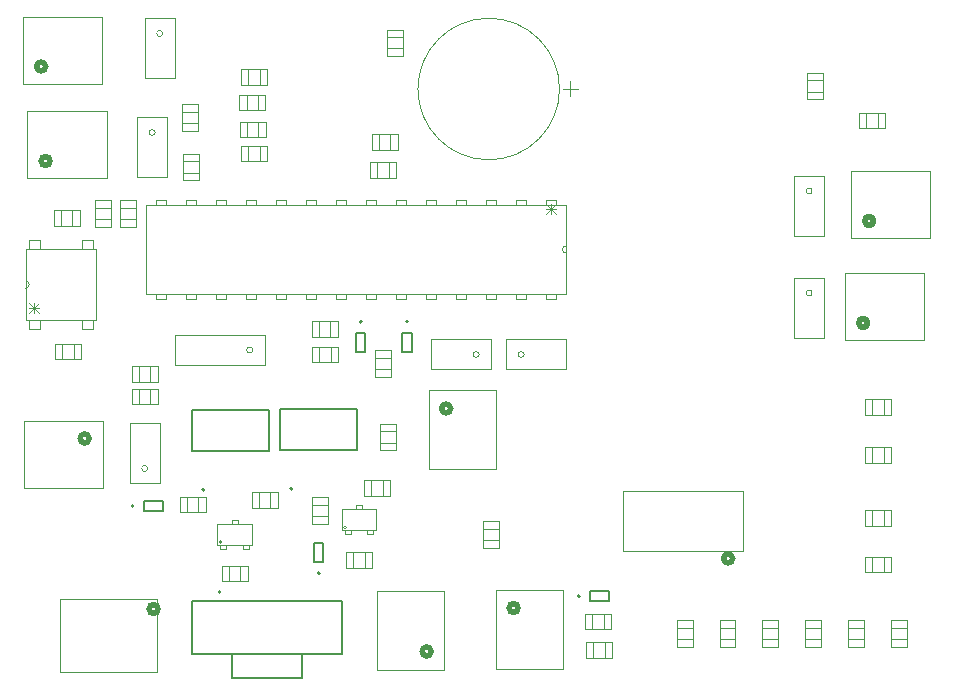
<source format=gbr>
%TF.GenerationSoftware,Altium Limited,Altium Designer,24.10.1 (45)*%
G04 Layer_Color=16711935*
%FSLAX25Y25*%
%MOIN*%
%TF.SameCoordinates,9950C81B-CD0A-4F44-AB06-5448DEDD42A1*%
%TF.FilePolarity,Positive*%
%TF.FileFunction,Other,Mechanical_13*%
%TF.Part,Single*%
G01*
G75*
%TA.AperFunction,NonConductor*%
%ADD37C,0.02000*%
%ADD38C,0.00787*%
%ADD40C,0.00500*%
%ADD43C,0.00300*%
%ADD59C,0.00000*%
%ADD60C,0.00100*%
D37*
X266500Y141000D02*
G03*
X266500Y141000I-1500J0D01*
G01*
X385000Y270000D02*
G03*
X385000Y270000I-1500J0D01*
G01*
X110500Y290000D02*
G03*
X110500Y290000I-1500J0D01*
G01*
X237500Y126500D02*
G03*
X237500Y126500I-1500J0D01*
G01*
X244000Y207500D02*
G03*
X244000Y207500I-1500J0D01*
G01*
X123500Y197500D02*
G03*
X123500Y197500I-1500J0D01*
G01*
X383000Y236000D02*
G03*
X383000Y236000I-1500J0D01*
G01*
X109000Y321500D02*
G03*
X109000Y321500I-1500J0D01*
G01*
X146500Y140677D02*
G03*
X146500Y140677I-1500J0D01*
G01*
X338000Y157500D02*
G03*
X338000Y157500I-1500J0D01*
G01*
D38*
X138445Y175000D02*
G03*
X138445Y175000I-394J0D01*
G01*
X287108Y144925D02*
G03*
X287108Y144925I-394J0D01*
G01*
X229894Y236449D02*
G03*
X229894Y236449I-394J0D01*
G01*
X214394D02*
G03*
X214394Y236449I-394J0D01*
G01*
X191339Y180795D02*
G03*
X191339Y180795I-394J0D01*
G01*
X200394Y152551D02*
G03*
X200394Y152551I-394J0D01*
G01*
X161916Y180429D02*
G03*
X161916Y180429I-394J0D01*
G01*
X167433Y146311D02*
G03*
X167433Y146311I-394J0D01*
G01*
D40*
X141850Y176575D02*
X148150D01*
X141850Y173425D02*
Y176575D01*
Y173425D02*
X148150D01*
Y176575D01*
X290514Y146500D02*
X296813D01*
X290514Y143350D02*
Y146500D01*
Y143350D02*
X296813D01*
Y146500D01*
X231075Y226350D02*
Y232650D01*
X227925D02*
X231075D01*
X227925Y226350D02*
Y232650D01*
Y226350D02*
X231075D01*
X215575D02*
Y232650D01*
X212425D02*
X215575D01*
X212425Y226350D02*
Y232650D01*
Y226350D02*
X215575D01*
X187205Y193610D02*
Y207390D01*
Y193610D02*
X212795D01*
Y207390D01*
X187205D02*
X212795D01*
X198425Y156350D02*
Y162650D01*
Y156350D02*
X201575D01*
Y162650D01*
X198425D02*
X201575D01*
X157782Y193244D02*
Y207023D01*
Y193244D02*
X183372D01*
Y207023D01*
X157782D02*
X183372D01*
X157787Y125642D02*
Y143358D01*
Y125642D02*
X170976D01*
X194598D01*
X207787D01*
Y143358D01*
X157787D02*
X207787D01*
X170976Y117768D02*
Y125642D01*
Y117768D02*
X194598D01*
Y125642D01*
D43*
X279165Y275500D02*
X275833Y272168D01*
Y275500D02*
X279165Y272168D01*
X277499Y275500D02*
Y272168D01*
X275833Y273834D02*
X279165D01*
X103335Y239341D02*
X106667Y242673D01*
Y239341D02*
X103335Y242673D01*
X105001Y239341D02*
Y242673D01*
X106667Y241007D02*
X103335D01*
D59*
X148000Y332500D02*
G03*
X148000Y332500I-1000J0D01*
G01*
X282500Y261700D02*
G03*
X282500Y259300I0J-1200D01*
G01*
X178050Y227000D02*
G03*
X178050Y227000I-1000J0D01*
G01*
X167800Y162950D02*
G03*
X167800Y162950I-500J0D01*
G01*
X102342Y247595D02*
G03*
X102342Y249995I0J1200D01*
G01*
X280305Y314000D02*
G03*
X280305Y314000I-23600J0D01*
G01*
X145500Y299500D02*
G03*
X145500Y299500I-1000J0D01*
G01*
X143000Y187500D02*
G03*
X143000Y187500I-1000J0D01*
G01*
X209300Y167950D02*
G03*
X209300Y167950I-500J0D01*
G01*
X364500Y246000D02*
G03*
X364500Y246000I-1000J0D01*
G01*
Y280000D02*
G03*
X364500Y280000I-1000J0D01*
G01*
X253500Y225500D02*
G03*
X253500Y225500I-1000J0D01*
G01*
X268500D02*
G03*
X268500Y225500I-1000J0D01*
G01*
D60*
X222850Y333800D02*
X228150D01*
Y325100D02*
Y333800D01*
X222850Y325100D02*
X228150D01*
X222850D02*
Y333800D01*
X228150Y325100D02*
Y327500D01*
X222850Y325100D02*
X228150D01*
X222850D02*
Y327500D01*
X228150D01*
X222850Y331400D02*
Y333800D01*
X228150D01*
Y331400D02*
Y333800D01*
X222850Y331400D02*
X228150D01*
X259194Y120683D02*
Y147083D01*
X281594D01*
Y120683D02*
Y147083D01*
X259194Y120683D02*
X281594D01*
X142000Y317500D02*
Y337500D01*
Y317500D02*
X152000D01*
Y337500D01*
X142000D02*
X152000D01*
X182350Y297850D02*
Y303150D01*
X173650Y297850D02*
X182350D01*
X173650D02*
Y303150D01*
X182350D01*
X173650Y297850D02*
X176050D01*
X173650D02*
Y303150D01*
X176050D01*
Y297850D02*
Y303150D01*
X179950D02*
X182350D01*
Y297850D02*
Y303150D01*
X179950Y297850D02*
X182350D01*
X179950D02*
Y303150D01*
X154850Y283650D02*
X160150D01*
X154850D02*
Y292350D01*
X160150D01*
Y283650D02*
Y292350D01*
X154850Y289950D02*
Y292350D01*
X160150D01*
Y289950D02*
Y292350D01*
X154850Y289950D02*
X160150D01*
Y283650D02*
Y286050D01*
X154850Y283650D02*
X160150D01*
X154850D02*
Y286050D01*
X160150D01*
X154350Y308850D02*
X159650D01*
Y300150D02*
Y308850D01*
X154350Y300150D02*
X159650D01*
X154350D02*
Y308850D01*
X159650Y300150D02*
Y302550D01*
X154350Y300150D02*
X159650D01*
X154350D02*
Y302550D01*
X159650D01*
X154350Y306450D02*
Y308850D01*
X159650D01*
Y306450D02*
Y308850D01*
X154350Y306450D02*
X159650D01*
X362850Y310650D02*
X368150D01*
X362850D02*
Y319350D01*
X368150D01*
Y310650D02*
Y319350D01*
X362850Y316950D02*
Y319350D01*
X368150D01*
Y316950D02*
Y319350D01*
X362850Y316950D02*
X368150D01*
Y310650D02*
Y313050D01*
X362850Y310650D02*
X368150D01*
X362850D02*
Y313050D01*
X368150D01*
X380150Y300850D02*
Y306150D01*
X388850D01*
Y300850D02*
Y306150D01*
X380150Y300850D02*
X388850D01*
X386450Y306150D02*
X388850D01*
Y300850D02*
Y306150D01*
X386450Y300850D02*
X388850D01*
X386450D02*
Y306150D01*
X380150Y300850D02*
X382550D01*
X380150D02*
Y306150D01*
X382550D01*
Y300850D02*
Y306150D01*
X403817Y264194D02*
Y286594D01*
X377417D02*
X403817D01*
X377417Y264194D02*
Y286594D01*
Y264194D02*
X403817D01*
X275900Y275250D02*
X279100D01*
Y277100D01*
X275900D02*
X279100D01*
X275900Y275250D02*
Y277100D01*
X265900Y275250D02*
X269100D01*
Y277100D01*
X265900D02*
X269100D01*
X265900Y275250D02*
Y277100D01*
X255900Y275250D02*
X259100D01*
Y277100D01*
X255900D02*
X259100D01*
X255900Y275250D02*
Y277100D01*
X245900Y275250D02*
X249100D01*
Y277100D01*
X245900D02*
X249100D01*
X245900Y275250D02*
Y277100D01*
X235900Y275250D02*
X239100D01*
Y277100D01*
X235900D02*
X239100D01*
X235900Y275250D02*
Y277100D01*
X225900Y275250D02*
X229100D01*
Y277100D01*
X225900D02*
X229100D01*
X225900Y275250D02*
Y277100D01*
X215900Y275250D02*
X219100D01*
Y277100D01*
X215900D02*
X219100D01*
X215900Y275250D02*
Y277100D01*
X205900Y275250D02*
X209100D01*
Y277100D01*
X205900D02*
X209100D01*
X205900Y275250D02*
Y277100D01*
X195900Y275250D02*
X199100D01*
Y277100D01*
X195900D02*
X199100D01*
X195900Y275250D02*
Y277100D01*
X185900Y275250D02*
X189100D01*
Y277100D01*
X185900D02*
X189100D01*
X185900Y275250D02*
Y277100D01*
X175900Y275250D02*
X179100D01*
Y277100D01*
X175900D02*
X179100D01*
X175900Y275250D02*
Y277100D01*
X165900Y275250D02*
X169100D01*
Y277100D01*
X165900D02*
X169100D01*
X165900Y275250D02*
Y277100D01*
X155900Y275250D02*
X159100D01*
Y277100D01*
X155900D02*
X159100D01*
X155900Y275250D02*
Y277100D01*
X145900Y275250D02*
X149100D01*
Y277100D01*
X145900D02*
X149100D01*
X145900Y275250D02*
Y277100D01*
Y245750D02*
X149100D01*
X145900Y243900D02*
Y245750D01*
Y243900D02*
X149100D01*
Y245750D01*
X155900D02*
X159100D01*
X155900Y243900D02*
Y245750D01*
Y243900D02*
X159100D01*
Y245750D01*
X165900D02*
X169100D01*
X165900Y243900D02*
Y245750D01*
Y243900D02*
X169100D01*
Y245750D01*
X175900D02*
X179100D01*
X175900Y243900D02*
Y245750D01*
Y243900D02*
X179100D01*
Y245750D01*
X185900D02*
X189100D01*
X185900Y243900D02*
Y245750D01*
Y243900D02*
X189100D01*
Y245750D01*
X195900D02*
X199100D01*
X195900Y243900D02*
Y245750D01*
Y243900D02*
X199100D01*
Y245750D01*
X205900D02*
X209100D01*
X205900Y243900D02*
Y245750D01*
Y243900D02*
X209100D01*
Y245750D01*
X215900D02*
X219100D01*
X215900Y243900D02*
Y245750D01*
Y243900D02*
X219100D01*
Y245750D01*
X225900D02*
X229100D01*
X225900Y243900D02*
Y245750D01*
Y243900D02*
X229100D01*
Y245750D01*
X235900D02*
X239100D01*
X235900Y243900D02*
Y245750D01*
Y243900D02*
X239100D01*
Y245750D01*
X245900D02*
X249100D01*
X245900Y243900D02*
Y245750D01*
Y243900D02*
X249100D01*
Y245750D01*
X255900D02*
X259100D01*
X255900Y243900D02*
Y245750D01*
Y243900D02*
X259100D01*
Y245750D01*
X265900D02*
X269100D01*
X265900Y243900D02*
Y245750D01*
Y243900D02*
X269100D01*
Y245750D01*
X275900D02*
X279100D01*
X275900Y243900D02*
Y245750D01*
Y243900D02*
X279100D01*
Y245750D01*
X142500D02*
Y275250D01*
Y245750D02*
X282500D01*
Y275250D01*
X142500D02*
X282500D01*
X288900Y133850D02*
Y139150D01*
X297600D01*
Y133850D02*
Y139150D01*
X288900Y133850D02*
X297600D01*
X295200Y139150D02*
X297600D01*
Y133850D02*
Y139150D01*
X295200Y133850D02*
X297600D01*
X295200D02*
Y139150D01*
X288900Y133850D02*
X291300D01*
X288900D02*
Y139150D01*
X291300D01*
Y133850D02*
Y139150D01*
X297850Y124350D02*
Y129650D01*
X289150Y124350D02*
X297850D01*
X289150D02*
Y129650D01*
X297850D01*
X289150Y124350D02*
X291550D01*
X289150D02*
Y129650D01*
X291550D01*
Y124350D02*
Y129650D01*
X295450D02*
X297850D01*
Y124350D02*
Y129650D01*
X295450Y124350D02*
X297850D01*
X295450D02*
Y129650D01*
X319350Y128150D02*
X324650D01*
X319350D02*
Y136850D01*
X324650D01*
Y128150D02*
Y136850D01*
X319350Y134450D02*
Y136850D01*
X324650D01*
Y134450D02*
Y136850D01*
X319350Y134450D02*
X324650D01*
Y128150D02*
Y130550D01*
X319350Y128150D02*
X324650D01*
X319350D02*
Y130550D01*
X324650D01*
X333640Y128150D02*
X338940D01*
X333640D02*
Y136850D01*
X338940D01*
Y128150D02*
Y136850D01*
X333640Y134450D02*
Y136850D01*
X338940D01*
Y134450D02*
Y136850D01*
X333640Y134450D02*
X338940D01*
Y128150D02*
Y130550D01*
X333640Y128150D02*
X338940D01*
X333640D02*
Y130550D01*
X338940D01*
X347930Y128150D02*
X353230D01*
X347930D02*
Y136850D01*
X353230D01*
Y128150D02*
Y136850D01*
X347930Y134450D02*
Y136850D01*
X353230D01*
Y134450D02*
Y136850D01*
X347930Y134450D02*
X353230D01*
Y128150D02*
Y130550D01*
X347930Y128150D02*
X353230D01*
X347930D02*
Y130550D01*
X353230D01*
X390850Y136850D02*
X396150D01*
Y128150D02*
Y136850D01*
X390850Y128150D02*
X396150D01*
X390850D02*
Y136850D01*
X396150Y128150D02*
Y130550D01*
X390850Y128150D02*
X396150D01*
X390850D02*
Y130550D01*
X396150D01*
X390850Y134450D02*
Y136850D01*
X396150D01*
Y134450D02*
Y136850D01*
X390850Y134450D02*
X396150D01*
X376350Y128150D02*
X381650D01*
X376350D02*
Y136850D01*
X381650D01*
Y128150D02*
Y136850D01*
X376350Y134450D02*
Y136850D01*
X381650D01*
Y134450D02*
Y136850D01*
X376350Y134450D02*
X381650D01*
Y128150D02*
Y130550D01*
X376350Y128150D02*
X381650D01*
X376350D02*
Y130550D01*
X381650D01*
X362220Y128150D02*
X367520D01*
X362220D02*
Y136850D01*
X367520D01*
Y128150D02*
Y136850D01*
X362220Y134450D02*
Y136850D01*
X367520D01*
Y134450D02*
Y136850D01*
X362220Y134450D02*
X367520D01*
Y128150D02*
Y130550D01*
X362220Y128150D02*
X367520D01*
X362220D02*
Y130550D01*
X367520D01*
X390850Y189350D02*
Y194650D01*
X382150Y189350D02*
X390850D01*
X382150D02*
Y194650D01*
X390850D01*
X382150Y189350D02*
X384550D01*
X382150D02*
Y194650D01*
X384550D01*
Y189350D02*
Y194650D01*
X388450D02*
X390850D01*
Y189350D02*
Y194650D01*
X388450Y189350D02*
X390850D01*
X388450D02*
Y194650D01*
X390850Y205350D02*
Y210650D01*
X382150Y205350D02*
X390850D01*
X382150D02*
Y210650D01*
X390850D01*
X382150Y205350D02*
X384550D01*
X382150D02*
Y210650D01*
X384550D01*
Y205350D02*
Y210650D01*
X388450D02*
X390850D01*
Y205350D02*
Y210650D01*
X388450Y205350D02*
X390850D01*
X388450D02*
Y210650D01*
X390850Y168350D02*
Y173650D01*
X382150Y168350D02*
X390850D01*
X382150D02*
Y173650D01*
X390850D01*
X382150Y168350D02*
X384550D01*
X382150D02*
Y173650D01*
X384550D01*
Y168350D02*
Y173650D01*
X388450D02*
X390850D01*
Y168350D02*
Y173650D01*
X388450Y168350D02*
X390850D01*
X388450D02*
Y173650D01*
X390850Y152850D02*
Y158150D01*
X382150Y152850D02*
X390850D01*
X382150D02*
Y158150D01*
X390850D01*
X382150Y152850D02*
X384550D01*
X382150D02*
Y158150D01*
X384550D01*
Y152850D02*
Y158150D01*
X388450D02*
X390850D01*
Y152850D02*
Y158150D01*
X388450Y152850D02*
X390850D01*
X388450D02*
Y158150D01*
X254850Y161150D02*
X260150D01*
X254850D02*
Y169850D01*
X260150D01*
Y161150D02*
Y169850D01*
X254850Y167450D02*
Y169850D01*
X260150D01*
Y167450D02*
Y169850D01*
X254850Y167450D02*
X260150D01*
Y161150D02*
Y163550D01*
X254850Y161150D02*
X260150D01*
X254850D02*
Y163550D01*
X260150D01*
X152050Y232000D02*
X182050D01*
X152050Y222000D02*
Y232000D01*
Y222000D02*
X182050D01*
Y232000D01*
X137650Y208850D02*
Y214150D01*
X146350D01*
Y208850D02*
Y214150D01*
X137650Y208850D02*
X146350D01*
X143950Y214150D02*
X146350D01*
Y208850D02*
Y214150D01*
X143950Y208850D02*
X146350D01*
X143950D02*
Y214150D01*
X137650Y208850D02*
X140050D01*
X137650D02*
Y214150D01*
X140050D01*
Y208850D02*
Y214150D01*
X218850Y218150D02*
X224150D01*
X218850D02*
Y226850D01*
X224150D01*
Y218150D02*
Y226850D01*
X218850Y224450D02*
Y226850D01*
X224150D01*
Y224450D02*
Y226850D01*
X218850Y224450D02*
X224150D01*
Y218150D02*
Y220550D01*
X218850Y218150D02*
X224150D01*
X218850D02*
Y220550D01*
X224150D01*
X186350Y174350D02*
Y179650D01*
X177650Y174350D02*
X186350D01*
X177650D02*
Y179650D01*
X186350D01*
X177650Y174350D02*
X180050D01*
X177650D02*
Y179650D01*
X180050D01*
Y174350D02*
Y179650D01*
X183950D02*
X186350D01*
Y174350D02*
Y179650D01*
X183950Y174350D02*
X186350D01*
X183950D02*
Y179650D01*
X166300Y161950D02*
Y169050D01*
X177700D01*
Y161950D02*
Y169050D01*
X166300Y161950D02*
X177700D01*
X171000Y169050D02*
Y170400D01*
X173000D01*
Y169050D02*
Y170400D01*
X171000Y169050D02*
X173000D01*
X176740Y160600D02*
Y161950D01*
X174740Y160600D02*
X176740D01*
X174740D02*
Y161950D01*
X176740D01*
X169260Y160600D02*
Y161950D01*
X167260Y160600D02*
X169260D01*
X167260D02*
Y161950D01*
X169260D01*
X162350Y172850D02*
Y178150D01*
X153650Y172850D02*
X162350D01*
X153650D02*
Y178150D01*
X162350D01*
X153650Y172850D02*
X156050D01*
X153650D02*
Y178150D01*
X156050D01*
Y172850D02*
Y178150D01*
X159950D02*
X162350D01*
Y172850D02*
Y178150D01*
X159950Y172850D02*
X162350D01*
X159950D02*
Y178150D01*
X197850Y177850D02*
X203150D01*
Y169150D02*
Y177850D01*
X197850Y169150D02*
X203150D01*
X197850D02*
Y177850D01*
X203150Y169150D02*
Y171550D01*
X197850Y169150D02*
X203150D01*
X197850D02*
Y171550D01*
X203150D01*
X197850Y175450D02*
Y177850D01*
X203150D01*
Y175450D02*
Y177850D01*
X197850Y175450D02*
X203150D01*
X220350Y193650D02*
X225650D01*
X220350D02*
Y202350D01*
X225650D01*
Y193650D02*
Y202350D01*
X220350Y199950D02*
Y202350D01*
X225650D01*
Y199950D02*
Y202350D01*
X220350Y199950D02*
X225650D01*
Y193650D02*
Y196050D01*
X220350Y193650D02*
X225650D01*
X220350D02*
Y196050D01*
X225650D01*
X223850Y178350D02*
Y183650D01*
X215150Y178350D02*
X223850D01*
X215150D02*
Y183650D01*
X223850D01*
X215150Y178350D02*
X217550D01*
X215150D02*
Y183650D01*
X217550D01*
Y178350D02*
Y183650D01*
X221450D02*
X223850D01*
Y178350D02*
Y183650D01*
X221450Y178350D02*
X223850D01*
X221450D02*
Y183650D01*
X176350Y149850D02*
Y155150D01*
X167650Y149850D02*
X176350D01*
X167650D02*
Y155150D01*
X176350D01*
X167650Y149850D02*
X170050D01*
X167650D02*
Y155150D01*
X170050D01*
Y149850D02*
Y155150D01*
X173950D02*
X176350D01*
Y149850D02*
Y155150D01*
X173950Y149850D02*
X176350D01*
X173950D02*
Y155150D01*
X217850Y154350D02*
Y159650D01*
X209150Y154350D02*
X217850D01*
X209150D02*
Y159650D01*
X217850D01*
X209150Y154350D02*
X211550D01*
X209150D02*
Y159650D01*
X211550D01*
Y154350D02*
Y159650D01*
X215450D02*
X217850D01*
Y154350D02*
Y159650D01*
X215450Y154350D02*
X217850D01*
X215450D02*
Y159650D01*
X137650Y216350D02*
Y221650D01*
X146350D01*
Y216350D02*
Y221650D01*
X137650Y216350D02*
X146350D01*
X143950Y221650D02*
X146350D01*
Y216350D02*
Y221650D01*
X143950Y216350D02*
X146350D01*
X143950D02*
Y221650D01*
X137650Y216350D02*
X140050D01*
X137650D02*
Y221650D01*
X140050D01*
Y216350D02*
Y221650D01*
X133850Y276850D02*
X139150D01*
Y268150D02*
Y276850D01*
X133850Y268150D02*
X139150D01*
X133850D02*
Y276850D01*
X139150Y268150D02*
Y270550D01*
X133850Y268150D02*
X139150D01*
X133850D02*
Y270550D01*
X139150D01*
X133850Y274450D02*
Y276850D01*
X139150D01*
Y274450D02*
Y276850D01*
X133850Y274450D02*
X139150D01*
X125350Y268150D02*
X130650D01*
X125350D02*
Y276850D01*
X130650D01*
Y268150D02*
Y276850D01*
X125350Y274450D02*
Y276850D01*
X130650D01*
Y274450D02*
Y276850D01*
X125350Y274450D02*
X130650D01*
Y268150D02*
Y270550D01*
X125350Y268150D02*
X130650D01*
X125350D02*
Y270550D01*
X130650D01*
X111650Y268350D02*
Y273650D01*
X120350D01*
Y268350D02*
Y273650D01*
X111650Y268350D02*
X120350D01*
X117950Y273650D02*
X120350D01*
Y268350D02*
Y273650D01*
X117950Y268350D02*
X120350D01*
X117950D02*
Y273650D01*
X111650Y268350D02*
X114050D01*
X111650D02*
Y273650D01*
X114050D01*
Y268350D02*
Y273650D01*
X129317Y284194D02*
Y306594D01*
X102917D02*
X129317D01*
X102917Y284194D02*
Y306594D01*
Y284194D02*
X129317D01*
X103333Y236995D02*
X107234D01*
X103333Y234050D02*
Y236995D01*
Y234050D02*
X107234D01*
Y236995D01*
X121050D02*
X124950D01*
X121050Y234050D02*
Y236995D01*
Y234050D02*
X124950D01*
Y236995D01*
X121050Y260595D02*
X124950D01*
Y263541D01*
X121050D02*
X124950D01*
X121050Y260595D02*
Y263541D01*
X103333Y260595D02*
X107234D01*
Y263541D01*
X103333D02*
X107234D01*
X103333Y260595D02*
Y263541D01*
X125942Y236995D02*
Y260595D01*
X102342D02*
X125942D01*
X102342Y236995D02*
Y260595D01*
Y236995D02*
X125942D01*
X283805Y311500D02*
Y316500D01*
X281305Y314000D02*
X286305D01*
X182850Y289850D02*
Y295150D01*
X174150Y289850D02*
X182850D01*
X174150D02*
Y295150D01*
X182850D01*
X174150Y289850D02*
X176550D01*
X174150D02*
Y295150D01*
X176550D01*
Y289850D02*
Y295150D01*
X180450D02*
X182850D01*
Y289850D02*
Y295150D01*
X180450Y289850D02*
X182850D01*
X180450D02*
Y295150D01*
X182300Y306850D02*
Y312150D01*
X173600Y306850D02*
X182300D01*
X173600D02*
Y312150D01*
X182300D01*
X173600Y306850D02*
X176000D01*
X173600D02*
Y312150D01*
X176000D01*
Y306850D02*
Y312150D01*
X179900D02*
X182300D01*
Y306850D02*
Y312150D01*
X179900Y306850D02*
X182300D01*
X179900D02*
Y312150D01*
X174150Y315350D02*
Y320650D01*
X182850D01*
Y315350D02*
Y320650D01*
X174150Y315350D02*
X182850D01*
X180450Y320650D02*
X182850D01*
Y315350D02*
Y320650D01*
X180450Y315350D02*
X182850D01*
X180450D02*
Y320650D01*
X174150Y315350D02*
X176550D01*
X174150D02*
Y320650D01*
X176550D01*
Y315350D02*
Y320650D01*
X219406Y146817D02*
X241806D01*
X219406Y120417D02*
Y146817D01*
Y120417D02*
X241806D01*
Y146817D01*
X217650Y293800D02*
Y299100D01*
X226350D01*
Y293800D02*
Y299100D01*
X217650Y293800D02*
X226350D01*
X223950Y299100D02*
X226350D01*
Y293800D02*
Y299100D01*
X223950Y293800D02*
X226350D01*
X223950D02*
Y299100D01*
X217650Y293800D02*
X220050D01*
X217650D02*
Y299100D01*
X220050D01*
Y293800D02*
Y299100D01*
X217150Y284300D02*
Y289600D01*
X225850D01*
Y284300D02*
Y289600D01*
X217150Y284300D02*
X225850D01*
X223450Y289600D02*
X225850D01*
Y284300D02*
Y289600D01*
X223450Y284300D02*
X225850D01*
X223450D02*
Y289600D01*
X217150Y284300D02*
X219550D01*
X217150D02*
Y289600D01*
X219550D01*
Y284300D02*
Y289600D01*
X139500Y284500D02*
Y304500D01*
Y284500D02*
X149500D01*
Y304500D01*
X139500D02*
X149500D01*
X137000Y182500D02*
X147000D01*
X137000D02*
Y202500D01*
X147000D01*
Y182500D02*
Y202500D01*
X206350Y231350D02*
Y236650D01*
X197650Y231350D02*
X206350D01*
X197650D02*
Y236650D01*
X206350D01*
X197650Y231350D02*
X200050D01*
X197650D02*
Y236650D01*
X200050D01*
Y231350D02*
Y236650D01*
X203950D02*
X206350D01*
Y231350D02*
Y236650D01*
X203950Y231350D02*
X206350D01*
X203950D02*
Y236650D01*
X206400Y222850D02*
Y228150D01*
X197700Y222850D02*
X206400D01*
X197700D02*
Y228150D01*
X206400D01*
X197700Y222850D02*
X200100D01*
X197700D02*
Y228150D01*
X200100D01*
Y222850D02*
Y228150D01*
X204000D02*
X206400D01*
Y222850D02*
Y228150D01*
X204000Y222850D02*
X206400D01*
X204000D02*
Y228150D01*
X207800Y166950D02*
Y174050D01*
X219200D01*
Y166950D02*
Y174050D01*
X207800Y166950D02*
X219200D01*
X212500Y174050D02*
Y175400D01*
X214500D01*
Y174050D02*
Y175400D01*
X212500Y174050D02*
X214500D01*
X218240Y165600D02*
Y166950D01*
X216240Y165600D02*
X218240D01*
X216240D02*
Y166950D01*
X218240D01*
X210760Y165600D02*
Y166950D01*
X208760Y165600D02*
X210760D01*
X208760D02*
Y166950D01*
X210760D01*
X236694Y187183D02*
X259094D01*
Y213583D01*
X236694D02*
X259094D01*
X236694Y187183D02*
Y213583D01*
X358500Y231000D02*
Y251000D01*
Y231000D02*
X368500D01*
Y251000D01*
X358500D02*
X368500D01*
X101683Y180906D02*
Y203306D01*
Y180906D02*
X128083D01*
Y203306D01*
X101683D02*
X128083D01*
X401817Y230194D02*
Y252594D01*
X375417D02*
X401817D01*
X375417Y230194D02*
Y252594D01*
Y230194D02*
X401817D01*
X127817Y315694D02*
Y338094D01*
X101417D02*
X127817D01*
X101417Y315694D02*
Y338094D01*
Y315694D02*
X127817D01*
X120850Y223850D02*
Y229150D01*
X112150Y223850D02*
X120850D01*
X112150D02*
Y229150D01*
X120850D01*
X112150Y223850D02*
X114550D01*
X112150D02*
Y229150D01*
X114550D01*
Y223850D02*
Y229150D01*
X118450D02*
X120850D01*
Y223850D02*
Y229150D01*
X118450Y223850D02*
X120850D01*
X118450D02*
Y229150D01*
X113850Y119686D02*
X146150D01*
Y143886D01*
X113850D02*
X146150D01*
X113850Y119686D02*
Y143886D01*
X358500Y265000D02*
Y285000D01*
Y265000D02*
X368500D01*
Y285000D01*
X358500D02*
X368500D01*
X237500Y230500D02*
X257500D01*
X237500Y220500D02*
Y230500D01*
Y220500D02*
X257500D01*
Y230500D01*
X262500Y220500D02*
X282500D01*
Y230500D01*
X262500D02*
X282500D01*
X262500Y220500D02*
Y230500D01*
X341500Y160000D02*
Y179921D01*
X301500Y160000D02*
X341500D01*
X301500D02*
Y179921D01*
X341500D01*
%TF.MD5,58824d48f10c0e0b53e392962603aed5*%
M02*

</source>
